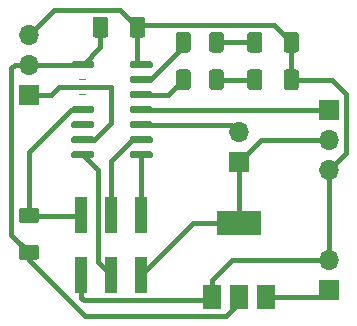
<source format=gbr>
%TF.GenerationSoftware,KiCad,Pcbnew,(5.1.10-1-10_14)*%
%TF.CreationDate,2021-11-21T15:05:04-08:00*%
%TF.ProjectId,Tiny44_motor_revised,54696e79-3434-45f6-9d6f-746f725f7265,rev?*%
%TF.SameCoordinates,Original*%
%TF.FileFunction,Copper,L1,Top*%
%TF.FilePolarity,Positive*%
%FSLAX46Y46*%
G04 Gerber Fmt 4.6, Leading zero omitted, Abs format (unit mm)*
G04 Created by KiCad (PCBNEW (5.1.10-1-10_14)) date 2021-11-21 15:05:04*
%MOMM*%
%LPD*%
G01*
G04 APERTURE LIST*
%TA.AperFunction,ComponentPad*%
%ADD10R,1.700000X1.700000*%
%TD*%
%TA.AperFunction,ComponentPad*%
%ADD11O,1.700000X1.700000*%
%TD*%
%TA.AperFunction,SMDPad,CuDef*%
%ADD12R,1.000000X3.150000*%
%TD*%
%TA.AperFunction,SMDPad,CuDef*%
%ADD13R,3.800000X2.000000*%
%TD*%
%TA.AperFunction,SMDPad,CuDef*%
%ADD14R,1.500000X2.000000*%
%TD*%
%TA.AperFunction,Conductor*%
%ADD15C,0.400000*%
%TD*%
G04 APERTURE END LIST*
%TO.P,C1,1*%
%TO.N,VCC*%
%TA.AperFunction,SMDPad,CuDef*%
G36*
G01*
X147000000Y-91455002D02*
X147000000Y-90154998D01*
G75*
G02*
X147249998Y-89905000I249998J0D01*
G01*
X148075002Y-89905000D01*
G75*
G02*
X148325000Y-90154998I0J-249998D01*
G01*
X148325000Y-91455002D01*
G75*
G02*
X148075002Y-91705000I-249998J0D01*
G01*
X147249998Y-91705000D01*
G75*
G02*
X147000000Y-91455002I0J249998D01*
G01*
G37*
%TD.AperFunction*%
%TO.P,C1,2*%
%TO.N,GND*%
%TA.AperFunction,SMDPad,CuDef*%
G36*
G01*
X150125000Y-91455002D02*
X150125000Y-90154998D01*
G75*
G02*
X150374998Y-89905000I249998J0D01*
G01*
X151200002Y-89905000D01*
G75*
G02*
X151450000Y-90154998I0J-249998D01*
G01*
X151450000Y-91455002D01*
G75*
G02*
X151200002Y-91705000I-249998J0D01*
G01*
X150374998Y-91705000D01*
G75*
G02*
X150125000Y-91455002I0J249998D01*
G01*
G37*
%TD.AperFunction*%
%TD*%
%TO.P,D1,2*%
%TO.N,Net-(D1-Pad2)*%
%TA.AperFunction,SMDPad,CuDef*%
G36*
G01*
X155305000Y-91450000D02*
X155305000Y-92700000D01*
G75*
G02*
X155055000Y-92950000I-250000J0D01*
G01*
X154305000Y-92950000D01*
G75*
G02*
X154055000Y-92700000I0J250000D01*
G01*
X154055000Y-91450000D01*
G75*
G02*
X154305000Y-91200000I250000J0D01*
G01*
X155055000Y-91200000D01*
G75*
G02*
X155305000Y-91450000I0J-250000D01*
G01*
G37*
%TD.AperFunction*%
%TO.P,D1,1*%
%TO.N,Net-(D1-Pad1)*%
%TA.AperFunction,SMDPad,CuDef*%
G36*
G01*
X158105000Y-91450000D02*
X158105000Y-92700000D01*
G75*
G02*
X157855000Y-92950000I-250000J0D01*
G01*
X157105000Y-92950000D01*
G75*
G02*
X156855000Y-92700000I0J250000D01*
G01*
X156855000Y-91450000D01*
G75*
G02*
X157105000Y-91200000I250000J0D01*
G01*
X157855000Y-91200000D01*
G75*
G02*
X158105000Y-91450000I0J-250000D01*
G01*
G37*
%TD.AperFunction*%
%TD*%
%TO.P,D2,1*%
%TO.N,Net-(D2-Pad1)*%
%TA.AperFunction,SMDPad,CuDef*%
G36*
G01*
X158105000Y-94625000D02*
X158105000Y-95875000D01*
G75*
G02*
X157855000Y-96125000I-250000J0D01*
G01*
X157105000Y-96125000D01*
G75*
G02*
X156855000Y-95875000I0J250000D01*
G01*
X156855000Y-94625000D01*
G75*
G02*
X157105000Y-94375000I250000J0D01*
G01*
X157855000Y-94375000D01*
G75*
G02*
X158105000Y-94625000I0J-250000D01*
G01*
G37*
%TD.AperFunction*%
%TO.P,D2,2*%
%TO.N,Net-(D2-Pad2)*%
%TA.AperFunction,SMDPad,CuDef*%
G36*
G01*
X155305000Y-94625000D02*
X155305000Y-95875000D01*
G75*
G02*
X155055000Y-96125000I-250000J0D01*
G01*
X154305000Y-96125000D01*
G75*
G02*
X154055000Y-95875000I0J250000D01*
G01*
X154055000Y-94625000D01*
G75*
G02*
X154305000Y-94375000I250000J0D01*
G01*
X155055000Y-94375000D01*
G75*
G02*
X155305000Y-94625000I0J-250000D01*
G01*
G37*
%TD.AperFunction*%
%TD*%
D10*
%TO.P,J1,1*%
%TO.N,+9V*%
X167005000Y-113030000D03*
D11*
%TO.P,J1,2*%
%TO.N,GND*%
X167005000Y-110490000D03*
%TD*%
D12*
%TO.P,J2,1*%
%TO.N,/MISO*%
X151130000Y-106695000D03*
%TO.P,J2,2*%
%TO.N,VCC*%
X151130000Y-111745000D03*
%TO.P,J2,3*%
%TO.N,/SCK*%
X148590000Y-106695000D03*
%TO.P,J2,4*%
%TO.N,/MOSI*%
X148590000Y-111745000D03*
%TO.P,J2,5*%
%TO.N,/RESET*%
X146050000Y-106695000D03*
%TO.P,J2,6*%
%TO.N,GND*%
X146050000Y-111745000D03*
%TD*%
D10*
%TO.P,J3,1*%
%TO.N,/Motor1*%
X141605000Y-96520000D03*
D11*
%TO.P,J3,2*%
%TO.N,VCC*%
X141605000Y-93980000D03*
%TO.P,J3,3*%
%TO.N,GND*%
X141605000Y-91440000D03*
%TD*%
%TO.P,R1,2*%
%TO.N,Net-(D1-Pad1)*%
%TA.AperFunction,SMDPad,CuDef*%
G36*
G01*
X161380000Y-91449999D02*
X161380000Y-92700001D01*
G75*
G02*
X161130001Y-92950000I-249999J0D01*
G01*
X160329999Y-92950000D01*
G75*
G02*
X160080000Y-92700001I0J249999D01*
G01*
X160080000Y-91449999D01*
G75*
G02*
X160329999Y-91200000I249999J0D01*
G01*
X161130001Y-91200000D01*
G75*
G02*
X161380000Y-91449999I0J-249999D01*
G01*
G37*
%TD.AperFunction*%
%TO.P,R1,1*%
%TO.N,GND*%
%TA.AperFunction,SMDPad,CuDef*%
G36*
G01*
X164480000Y-91449999D02*
X164480000Y-92700001D01*
G75*
G02*
X164230001Y-92950000I-249999J0D01*
G01*
X163429999Y-92950000D01*
G75*
G02*
X163180000Y-92700001I0J249999D01*
G01*
X163180000Y-91449999D01*
G75*
G02*
X163429999Y-91200000I249999J0D01*
G01*
X164230001Y-91200000D01*
G75*
G02*
X164480000Y-91449999I0J-249999D01*
G01*
G37*
%TD.AperFunction*%
%TD*%
%TO.P,R2,1*%
%TO.N,GND*%
%TA.AperFunction,SMDPad,CuDef*%
G36*
G01*
X164480000Y-94624999D02*
X164480000Y-95875001D01*
G75*
G02*
X164230001Y-96125000I-249999J0D01*
G01*
X163429999Y-96125000D01*
G75*
G02*
X163180000Y-95875001I0J249999D01*
G01*
X163180000Y-94624999D01*
G75*
G02*
X163429999Y-94375000I249999J0D01*
G01*
X164230001Y-94375000D01*
G75*
G02*
X164480000Y-94624999I0J-249999D01*
G01*
G37*
%TD.AperFunction*%
%TO.P,R2,2*%
%TO.N,Net-(D2-Pad1)*%
%TA.AperFunction,SMDPad,CuDef*%
G36*
G01*
X161380000Y-94624999D02*
X161380000Y-95875001D01*
G75*
G02*
X161130001Y-96125000I-249999J0D01*
G01*
X160329999Y-96125000D01*
G75*
G02*
X160080000Y-95875001I0J249999D01*
G01*
X160080000Y-94624999D01*
G75*
G02*
X160329999Y-94375000I249999J0D01*
G01*
X161130001Y-94375000D01*
G75*
G02*
X161380000Y-94624999I0J-249999D01*
G01*
G37*
%TD.AperFunction*%
%TD*%
%TO.P,R4,1*%
%TO.N,VCC*%
%TA.AperFunction,SMDPad,CuDef*%
G36*
G01*
X142230001Y-110505000D02*
X140979999Y-110505000D01*
G75*
G02*
X140730000Y-110255001I0J249999D01*
G01*
X140730000Y-109454999D01*
G75*
G02*
X140979999Y-109205000I249999J0D01*
G01*
X142230001Y-109205000D01*
G75*
G02*
X142480000Y-109454999I0J-249999D01*
G01*
X142480000Y-110255001D01*
G75*
G02*
X142230001Y-110505000I-249999J0D01*
G01*
G37*
%TD.AperFunction*%
%TO.P,R4,2*%
%TO.N,/RESET*%
%TA.AperFunction,SMDPad,CuDef*%
G36*
G01*
X142230001Y-107405000D02*
X140979999Y-107405000D01*
G75*
G02*
X140730000Y-107155001I0J249999D01*
G01*
X140730000Y-106354999D01*
G75*
G02*
X140979999Y-106105000I249999J0D01*
G01*
X142230001Y-106105000D01*
G75*
G02*
X142480000Y-106354999I0J-249999D01*
G01*
X142480000Y-107155001D01*
G75*
G02*
X142230001Y-107405000I-249999J0D01*
G01*
G37*
%TD.AperFunction*%
%TD*%
D13*
%TO.P,U1,4*%
%TO.N,VCC*%
X159385000Y-107340000D03*
D14*
%TO.P,U1,2*%
X159385000Y-113640000D03*
%TO.P,U1,3*%
%TO.N,+9V*%
X161685000Y-113640000D03*
%TO.P,U1,1*%
%TO.N,GND*%
X157085000Y-113640000D03*
%TD*%
%TO.P,U2,1*%
%TO.N,VCC*%
%TA.AperFunction,SMDPad,CuDef*%
G36*
G01*
X145205000Y-94130000D02*
X145205000Y-93830000D01*
G75*
G02*
X145355000Y-93680000I150000J0D01*
G01*
X147005000Y-93680000D01*
G75*
G02*
X147155000Y-93830000I0J-150000D01*
G01*
X147155000Y-94130000D01*
G75*
G02*
X147005000Y-94280000I-150000J0D01*
G01*
X145355000Y-94280000D01*
G75*
G02*
X145205000Y-94130000I0J150000D01*
G01*
G37*
%TD.AperFunction*%
%TO.P,U2,2*%
%TO.N,Net-(U2-Pad2)*%
%TA.AperFunction,SMDPad,CuDef*%
G36*
G01*
X145880000Y-95275000D02*
X145880000Y-95225000D01*
G75*
G02*
X145905000Y-95200000I25000J0D01*
G01*
X146455000Y-95200000D01*
G75*
G02*
X146480000Y-95225000I0J-25000D01*
G01*
X146480000Y-95275000D01*
G75*
G02*
X146455000Y-95300000I-25000J0D01*
G01*
X145905000Y-95300000D01*
G75*
G02*
X145880000Y-95275000I0J25000D01*
G01*
G37*
%TD.AperFunction*%
%TO.P,U2,3*%
%TO.N,Net-(U2-Pad3)*%
%TA.AperFunction,SMDPad,CuDef*%
G36*
G01*
X145880000Y-96545000D02*
X145880000Y-96495000D01*
G75*
G02*
X145905000Y-96470000I25000J0D01*
G01*
X146455000Y-96470000D01*
G75*
G02*
X146480000Y-96495000I0J-25000D01*
G01*
X146480000Y-96545000D01*
G75*
G02*
X146455000Y-96570000I-25000J0D01*
G01*
X145905000Y-96570000D01*
G75*
G02*
X145880000Y-96545000I0J25000D01*
G01*
G37*
%TD.AperFunction*%
%TO.P,U2,4*%
%TO.N,/RESET*%
%TA.AperFunction,SMDPad,CuDef*%
G36*
G01*
X145205000Y-97940000D02*
X145205000Y-97640000D01*
G75*
G02*
X145355000Y-97490000I150000J0D01*
G01*
X147005000Y-97490000D01*
G75*
G02*
X147155000Y-97640000I0J-150000D01*
G01*
X147155000Y-97940000D01*
G75*
G02*
X147005000Y-98090000I-150000J0D01*
G01*
X145355000Y-98090000D01*
G75*
G02*
X145205000Y-97940000I0J150000D01*
G01*
G37*
%TD.AperFunction*%
%TO.P,U2,5*%
%TO.N,Net-(U2-Pad5)*%
%TA.AperFunction,SMDPad,CuDef*%
G36*
G01*
X145205000Y-99210000D02*
X145205000Y-98910000D01*
G75*
G02*
X145355000Y-98760000I150000J0D01*
G01*
X147005000Y-98760000D01*
G75*
G02*
X147155000Y-98910000I0J-150000D01*
G01*
X147155000Y-99210000D01*
G75*
G02*
X147005000Y-99360000I-150000J0D01*
G01*
X145355000Y-99360000D01*
G75*
G02*
X145205000Y-99210000I0J150000D01*
G01*
G37*
%TD.AperFunction*%
%TO.P,U2,6*%
%TO.N,/Motor1*%
%TA.AperFunction,SMDPad,CuDef*%
G36*
G01*
X145205000Y-100480000D02*
X145205000Y-100180000D01*
G75*
G02*
X145355000Y-100030000I150000J0D01*
G01*
X147005000Y-100030000D01*
G75*
G02*
X147155000Y-100180000I0J-150000D01*
G01*
X147155000Y-100480000D01*
G75*
G02*
X147005000Y-100630000I-150000J0D01*
G01*
X145355000Y-100630000D01*
G75*
G02*
X145205000Y-100480000I0J150000D01*
G01*
G37*
%TD.AperFunction*%
%TO.P,U2,7*%
%TO.N,/MOSI*%
%TA.AperFunction,SMDPad,CuDef*%
G36*
G01*
X145205000Y-101750000D02*
X145205000Y-101450000D01*
G75*
G02*
X145355000Y-101300000I150000J0D01*
G01*
X147005000Y-101300000D01*
G75*
G02*
X147155000Y-101450000I0J-150000D01*
G01*
X147155000Y-101750000D01*
G75*
G02*
X147005000Y-101900000I-150000J0D01*
G01*
X145355000Y-101900000D01*
G75*
G02*
X145205000Y-101750000I0J150000D01*
G01*
G37*
%TD.AperFunction*%
%TO.P,U2,8*%
%TO.N,/MISO*%
%TA.AperFunction,SMDPad,CuDef*%
G36*
G01*
X150155000Y-101750000D02*
X150155000Y-101450000D01*
G75*
G02*
X150305000Y-101300000I150000J0D01*
G01*
X151955000Y-101300000D01*
G75*
G02*
X152105000Y-101450000I0J-150000D01*
G01*
X152105000Y-101750000D01*
G75*
G02*
X151955000Y-101900000I-150000J0D01*
G01*
X150305000Y-101900000D01*
G75*
G02*
X150155000Y-101750000I0J150000D01*
G01*
G37*
%TD.AperFunction*%
%TO.P,U2,9*%
%TO.N,/SCK*%
%TA.AperFunction,SMDPad,CuDef*%
G36*
G01*
X150155000Y-100480000D02*
X150155000Y-100180000D01*
G75*
G02*
X150305000Y-100030000I150000J0D01*
G01*
X151955000Y-100030000D01*
G75*
G02*
X152105000Y-100180000I0J-150000D01*
G01*
X152105000Y-100480000D01*
G75*
G02*
X151955000Y-100630000I-150000J0D01*
G01*
X150305000Y-100630000D01*
G75*
G02*
X150155000Y-100480000I0J150000D01*
G01*
G37*
%TD.AperFunction*%
%TO.P,U2,10*%
%TO.N,/Send*%
%TA.AperFunction,SMDPad,CuDef*%
G36*
G01*
X150155000Y-99210000D02*
X150155000Y-98910000D01*
G75*
G02*
X150305000Y-98760000I150000J0D01*
G01*
X151955000Y-98760000D01*
G75*
G02*
X152105000Y-98910000I0J-150000D01*
G01*
X152105000Y-99210000D01*
G75*
G02*
X151955000Y-99360000I-150000J0D01*
G01*
X150305000Y-99360000D01*
G75*
G02*
X150155000Y-99210000I0J150000D01*
G01*
G37*
%TD.AperFunction*%
%TO.P,U2,11*%
%TO.N,/Motor2*%
%TA.AperFunction,SMDPad,CuDef*%
G36*
G01*
X150155000Y-97940000D02*
X150155000Y-97640000D01*
G75*
G02*
X150305000Y-97490000I150000J0D01*
G01*
X151955000Y-97490000D01*
G75*
G02*
X152105000Y-97640000I0J-150000D01*
G01*
X152105000Y-97940000D01*
G75*
G02*
X151955000Y-98090000I-150000J0D01*
G01*
X150305000Y-98090000D01*
G75*
G02*
X150155000Y-97940000I0J150000D01*
G01*
G37*
%TD.AperFunction*%
%TO.P,U2,12*%
%TO.N,Net-(D2-Pad2)*%
%TA.AperFunction,SMDPad,CuDef*%
G36*
G01*
X150155000Y-96670000D02*
X150155000Y-96370000D01*
G75*
G02*
X150305000Y-96220000I150000J0D01*
G01*
X151955000Y-96220000D01*
G75*
G02*
X152105000Y-96370000I0J-150000D01*
G01*
X152105000Y-96670000D01*
G75*
G02*
X151955000Y-96820000I-150000J0D01*
G01*
X150305000Y-96820000D01*
G75*
G02*
X150155000Y-96670000I0J150000D01*
G01*
G37*
%TD.AperFunction*%
%TO.P,U2,13*%
%TO.N,Net-(D1-Pad2)*%
%TA.AperFunction,SMDPad,CuDef*%
G36*
G01*
X150155000Y-95400000D02*
X150155000Y-95100000D01*
G75*
G02*
X150305000Y-94950000I150000J0D01*
G01*
X151955000Y-94950000D01*
G75*
G02*
X152105000Y-95100000I0J-150000D01*
G01*
X152105000Y-95400000D01*
G75*
G02*
X151955000Y-95550000I-150000J0D01*
G01*
X150305000Y-95550000D01*
G75*
G02*
X150155000Y-95400000I0J150000D01*
G01*
G37*
%TD.AperFunction*%
%TO.P,U2,14*%
%TO.N,GND*%
%TA.AperFunction,SMDPad,CuDef*%
G36*
G01*
X150155000Y-94130000D02*
X150155000Y-93830000D01*
G75*
G02*
X150305000Y-93680000I150000J0D01*
G01*
X151955000Y-93680000D01*
G75*
G02*
X152105000Y-93830000I0J-150000D01*
G01*
X152105000Y-94130000D01*
G75*
G02*
X151955000Y-94280000I-150000J0D01*
G01*
X150305000Y-94280000D01*
G75*
G02*
X150155000Y-94130000I0J150000D01*
G01*
G37*
%TD.AperFunction*%
%TD*%
D10*
%TO.P,J5,1*%
%TO.N,VCC*%
X159385000Y-102235000D03*
D11*
%TO.P,J5,2*%
%TO.N,/Send*%
X159385000Y-99695000D03*
%TD*%
D10*
%TO.P,J4,1*%
%TO.N,/Motor2*%
X167005000Y-97790000D03*
D11*
%TO.P,J4,2*%
%TO.N,VCC*%
X167005000Y-100330000D03*
%TO.P,J4,3*%
%TO.N,GND*%
X167005000Y-102870000D03*
%TD*%
D15*
%TO.N,VCC*%
X146180000Y-93980000D02*
X141605000Y-93980000D01*
X151105000Y-111770000D02*
X151130000Y-111745000D01*
X147662500Y-92497500D02*
X146180000Y-93980000D01*
X147662500Y-90805000D02*
X147662500Y-92497500D01*
X155535000Y-107340000D02*
X151130000Y-111745000D01*
X159385000Y-107340000D02*
X155535000Y-107340000D01*
X140402919Y-93980000D02*
X141605000Y-93980000D01*
X140129990Y-94252929D02*
X140402919Y-93980000D01*
X140129990Y-108379990D02*
X140129990Y-94252929D01*
X141605000Y-109855000D02*
X140129990Y-108379990D01*
X159385000Y-114170002D02*
X159385000Y-113640000D01*
X158315001Y-115240001D02*
X159385000Y-114170002D01*
X141605000Y-110505000D02*
X146340001Y-115240001D01*
X146340001Y-115240001D02*
X158315001Y-115240001D01*
X141605000Y-109855000D02*
X141605000Y-110505000D01*
X159385000Y-102235000D02*
X159385000Y-107340000D01*
X161290000Y-100330000D02*
X159385000Y-102235000D01*
X167005000Y-100330000D02*
X161290000Y-100330000D01*
%TO.N,GND*%
X149287490Y-89304990D02*
X150787500Y-90805000D01*
X143740010Y-89304990D02*
X149287490Y-89304990D01*
X141605000Y-91440000D02*
X143740010Y-89304990D01*
X150787500Y-93637500D02*
X151130000Y-93980000D01*
X150787500Y-90805000D02*
X150787500Y-93637500D01*
X163830000Y-92075000D02*
X163830000Y-95250000D01*
X150992510Y-90599990D02*
X150787500Y-90805000D01*
X162354990Y-90599990D02*
X150992510Y-90599990D01*
X163830000Y-92075000D02*
X162354990Y-90599990D01*
X146050000Y-113720000D02*
X146250001Y-113920001D01*
X156804999Y-113920001D02*
X157085000Y-113640000D01*
X146250001Y-113920001D02*
X156804999Y-113920001D01*
X146050000Y-111745000D02*
X146050000Y-113720000D01*
X158835000Y-110490000D02*
X167005000Y-110490000D01*
X157085000Y-112240000D02*
X158835000Y-110490000D01*
X157085000Y-113640000D02*
X157085000Y-112240000D01*
X168455001Y-101419999D02*
X167005000Y-102870000D01*
X168455001Y-96459999D02*
X168455001Y-101419999D01*
X167245002Y-95250000D02*
X168455001Y-96459999D01*
X163830000Y-95250000D02*
X167245002Y-95250000D01*
X167005000Y-102870000D02*
X167005000Y-110490000D01*
%TO.N,Net-(D1-Pad2)*%
X151895676Y-95250000D02*
X151130000Y-95250000D01*
X154680000Y-92465676D02*
X151895676Y-95250000D01*
X154680000Y-92075000D02*
X154680000Y-92465676D01*
%TO.N,Net-(D1-Pad1)*%
X157480000Y-92075000D02*
X160730000Y-92075000D01*
%TO.N,Net-(D2-Pad1)*%
X157480000Y-95250000D02*
X160730000Y-95250000D01*
%TO.N,Net-(D2-Pad2)*%
X153410000Y-96520000D02*
X151130000Y-96520000D01*
X154680000Y-95250000D02*
X153410000Y-96520000D01*
%TO.N,+9V*%
X166395000Y-113640000D02*
X167005000Y-113030000D01*
X161685000Y-113640000D02*
X166395000Y-113640000D01*
%TO.N,/MISO*%
X151130000Y-106695000D02*
X151130000Y-101600000D01*
%TO.N,/SCK*%
X148590000Y-102104324D02*
X150364324Y-100330000D01*
X150364324Y-100330000D02*
X151130000Y-100330000D01*
X148590000Y-106695000D02*
X148590000Y-102104324D01*
%TO.N,/MOSI*%
X147489999Y-102909999D02*
X146180000Y-101600000D01*
X147489999Y-110644999D02*
X147489999Y-102909999D01*
X148590000Y-111745000D02*
X147489999Y-110644999D01*
%TO.N,/RESET*%
X145414324Y-97790000D02*
X146180000Y-97790000D01*
X141605000Y-101390000D02*
X141605000Y-106755000D01*
X145205000Y-97790000D02*
X141605000Y-101390000D01*
X146180000Y-97790000D02*
X145205000Y-97790000D01*
X145990000Y-106755000D02*
X146050000Y-106695000D01*
X141605000Y-106755000D02*
X145990000Y-106755000D01*
%TO.N,/Motor1*%
X147155000Y-100330000D02*
X146180000Y-100330000D01*
X148590000Y-95885000D02*
X148590000Y-98895000D01*
X148590000Y-98895000D02*
X147155000Y-100330000D01*
X143510000Y-96520000D02*
X144145000Y-95885000D01*
X144145000Y-95885000D02*
X148590000Y-95885000D01*
X141605000Y-96520000D02*
X143510000Y-96520000D01*
%TO.N,/Send*%
X151130000Y-99060000D02*
X158750000Y-99060000D01*
X158750000Y-99060000D02*
X159385000Y-99695000D01*
%TO.N,/Motor2*%
X151130000Y-97790000D02*
X167005000Y-97790000D01*
%TD*%
M02*

</source>
